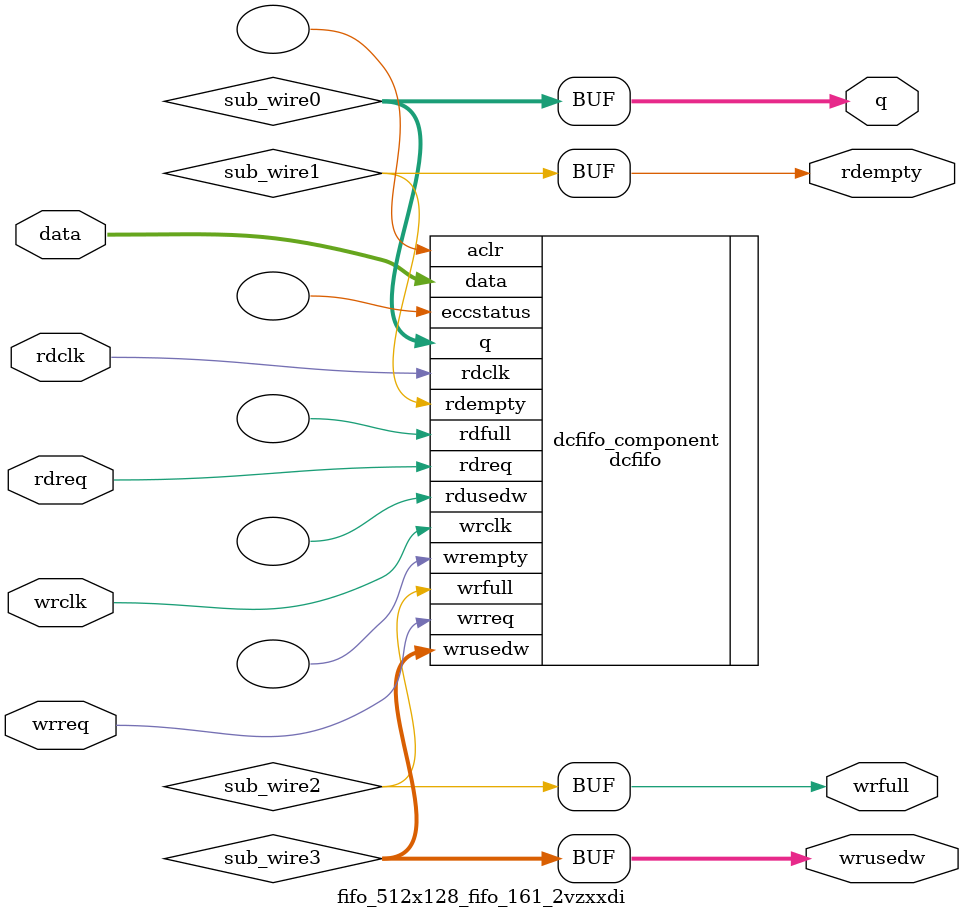
<source format=v>



`timescale 1 ps / 1 ps
// synopsys translate_on
module  fifo_512x128_fifo_161_2vzxxdi  (
    data,
    rdclk,
    rdreq,
    wrclk,
    wrreq,
    q,
    rdempty,
    wrfull,
    wrusedw);

    input  [127:0]  data;
    input    rdclk;
    input    rdreq;
    input    wrclk;
    input    wrreq;
    output [127:0]  q;
    output   rdempty;
    output   wrfull;
    output [8:0]  wrusedw;

    wire [127:0] sub_wire0;
    wire  sub_wire1;
    wire  sub_wire2;
    wire [8:0] sub_wire3;
    wire [127:0] q = sub_wire0[127:0];
    wire  rdempty = sub_wire1;
    wire  wrfull = sub_wire2;
    wire [8:0] wrusedw = sub_wire3[8:0];

    dcfifo  dcfifo_component (
                .data (data),
                .rdclk (rdclk),
                .rdreq (rdreq),
                .wrclk (wrclk),
                .wrreq (wrreq),
                .q (sub_wire0),
                .rdempty (sub_wire1),
                .wrfull (sub_wire2),
                .wrusedw (sub_wire3),
                .aclr (),
                .eccstatus (),
                .rdfull (),
                .rdusedw (),
                .wrempty ());
    defparam
        dcfifo_component.enable_ecc  = "FALSE",
        dcfifo_component.intended_device_family  = "Arria 10",
        dcfifo_component.lpm_hint  = "RAM_BLOCK_TYPE=MLAB,DISABLE_DCFIFO_EMBEDDED_TIMING_CONSTRAINT=TRUE",
        dcfifo_component.lpm_numwords  = 512,
        dcfifo_component.lpm_showahead  = "ON",
        dcfifo_component.lpm_type  = "dcfifo",
        dcfifo_component.lpm_width  = 128,
        dcfifo_component.lpm_widthu  = 9,
        dcfifo_component.overflow_checking  = "ON",
        dcfifo_component.rdsync_delaypipe  = 4,
        dcfifo_component.underflow_checking  = "ON",
        dcfifo_component.use_eab  = "ON",
        dcfifo_component.wrsync_delaypipe  = 4;


endmodule



</source>
